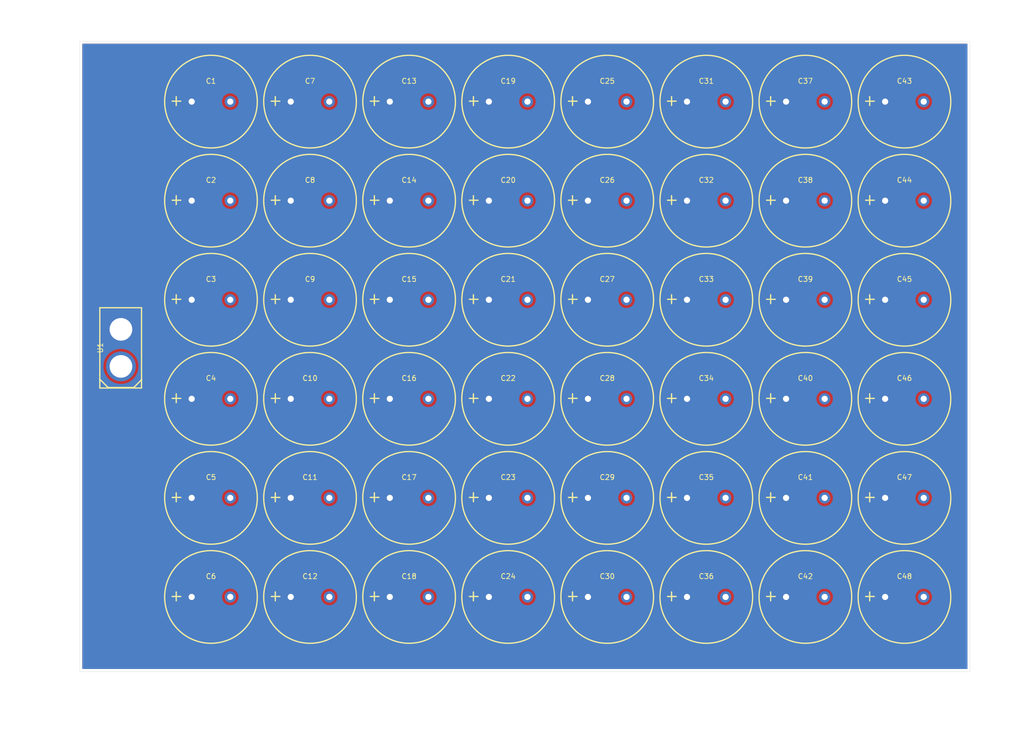
<source format=kicad_pcb>
(kicad_pcb (version 20240108) (generator "pcbnew") (generator_version "8.0")
  (layers (0 "F.Cu" signal) (31 "B.Cu" signal) (34 "B.Paste" user) (35 "F.Paste" user) (36 "B.SilkS" user "B.Silkscreen") (37 "F.SilkS" user "F.Silkscreen") (38 "B.Mask" user) (39 "F.Mask" user) (44 "Edge.Cuts" user))
  (net 0 "")
  (net 1 "VCC")
  (net 2 "GND")
  (footprint "easyeda2kicad:CAP-TH_BD18.0-P7.50-D1.2-FD" (layer "F.Cu") (at 209.498368 26.24864)
    (property "Reference" "C25" (at 0 -4 0) (layer "F.SilkS"))
    (property "Value" "RL0J223MM400A00CV0")
    (fp_line (start -6.75 0.75) (end -6.75 -0.98) (stroke (width 0.25)) (layer "F.SilkS"))
    (fp_line (start -5.86 -0.09) (end -7.54 -0.09) (stroke (width 0.25)) (layer "F.SilkS"))
    (fp_arc (start 0.07 -9) (mid 0.004614 9.000271) (end -0.079228 -8.999923) (stroke (width 0.25)) (layer "F.SilkS"))
    (pad "1" thru_hole circle (at -3.75 0 90) (size 2.2 2.2) (drill 1.199998) (layers "*.Cu" "*.Mask") (net 1 "VCC"))
    (pad "2" thru_hole circle (at 3.75 0 90) (size 2.2 2.2) (drill 1.199998) (layers "*.Cu" "*.Mask") (net 2 "GND"))
  )
  (footprint "easyeda2kicad:CAP-TH_BD18.0-P7.50-D1.2-FD" (layer "F.Cu") (at 132.496192 122.5)
    (property "Reference" "C6" (at 0 -4 0) (layer "F.SilkS"))
    (property "Value" "RL0J223MM400A00CV0")
    (fp_line (start -6.75 0.75) (end -6.75 -0.98) (stroke (width 0.25)) (layer "F.SilkS"))
    (fp_line (start -5.86 -0.09) (end -7.54 -0.09) (stroke (width 0.25)) (layer "F.SilkS"))
    (fp_arc (start 0.07 -9) (mid 0.004614 9.000271) (end -0.079228 -8.999923) (stroke (width 0.25)) (layer "F.SilkS"))
    (pad "1" thru_hole circle (at -3.75 0 90) (size 2.2 2.2) (drill 1.199998) (layers "*.Cu" "*.Mask") (net 1 "VCC"))
    (pad "2" thru_hole circle (at 3.75 0 90) (size 2.2 2.2) (drill 1.199998) (layers "*.Cu" "*.Mask") (net 2 "GND"))
  )
  (footprint "easyeda2kicad:CAP-TH_BD18.0-P7.50-D1.2-FD" (layer "F.Cu") (at 209.498368 64.749184)
    (property "Reference" "C27" (at 0 -4 0) (layer "F.SilkS"))
    (property "Value" "RL0J223MM400A00CV0")
    (fp_line (start -6.75 0.75) (end -6.75 -0.98) (stroke (width 0.25)) (layer "F.SilkS"))
    (fp_line (start -5.86 -0.09) (end -7.54 -0.09) (stroke (width 0.25)) (layer "F.SilkS"))
    (fp_arc (start 0.07 -9) (mid 0.004614 9.000271) (end -0.079228 -8.999923) (stroke (width 0.25)) (layer "F.SilkS"))
    (pad "1" thru_hole circle (at -3.75 0 90) (size 2.2 2.2) (drill 1.199998) (layers "*.Cu" "*.Mask") (net 1 "VCC"))
    (pad "2" thru_hole circle (at 3.75 0 90) (size 2.2 2.2) (drill 1.199998) (layers "*.Cu" "*.Mask") (net 2 "GND"))
  )
  (footprint "easyeda2kicad:CAP-TH_BD18.0-P7.50-D1.2-FD" (layer "F.Cu") (at 247.999456 122.5)
    (property "Reference" "C42" (at 0 -4 0) (layer "F.SilkS"))
    (property "Value" "RL0J223MM400A00CV0")
    (fp_line (start -6.75 0.75) (end -6.75 -0.98) (stroke (width 0.25)) (layer "F.SilkS"))
    (fp_line (start -5.86 -0.09) (end -7.54 -0.09) (stroke (width 0.25)) (layer "F.SilkS"))
    (fp_arc (start 0.07 -9) (mid 0.004614 9.000271) (end -0.079228 -8.999923) (stroke (width 0.25)) (layer "F.SilkS"))
    (pad "1" thru_hole circle (at -3.75 0 90) (size 2.2 2.2) (drill 1.199998) (layers "*.Cu" "*.Mask") (net 1 "VCC"))
    (pad "2" thru_hole circle (at 3.75 0 90) (size 2.2 2.2) (drill 1.199998) (layers "*.Cu" "*.Mask") (net 2 "GND"))
  )
  (footprint "easyeda2kicad:CAP-TH_BD18.0-P7.50-D1.2-FD" (layer "F.Cu") (at 209.498368 83.999456)
    (property "Reference" "C28" (at 0 -4 0) (layer "F.SilkS"))
    (property "Value" "RL0J223MM400A00CV0")
    (fp_line (start -6.75 0.75) (end -6.75 -0.98) (stroke (width 0.25)) (layer "F.SilkS"))
    (fp_line (start -5.86 -0.09) (end -7.54 -0.09) (stroke (width 0.25)) (layer "F.SilkS"))
    (fp_arc (start 0.07 -9) (mid 0.004614 9.000271) (end -0.079228 -8.999923) (stroke (width 0.25)) (layer "F.SilkS"))
    (pad "1" thru_hole circle (at -3.75 0 90) (size 2.2 2.2) (drill 1.199998) (layers "*.Cu" "*.Mask") (net 1 "VCC"))
    (pad "2" thru_hole circle (at 3.75 0 90) (size 2.2 2.2) (drill 1.199998) (layers "*.Cu" "*.Mask") (net 2 "GND"))
  )
  (footprint "easyeda2kicad:CAP-TH_BD18.0-P7.50-D1.2-FD" (layer "F.Cu") (at 151.746736 45.498912)
    (property "Reference" "C8" (at 0 -4 0) (layer "F.SilkS"))
    (property "Value" "RL0J223MM400A00CV0")
    (fp_line (start -6.75 0.75) (end -6.75 -0.98) (stroke (width 0.25)) (layer "F.SilkS"))
    (fp_line (start -5.86 -0.09) (end -7.54 -0.09) (stroke (width 0.25)) (layer "F.SilkS"))
    (fp_arc (start 0.07 -9) (mid 0.004614 9.000271) (end -0.079228 -8.999923) (stroke (width 0.25)) (layer "F.SilkS"))
    (pad "1" thru_hole circle (at -3.75 0 90) (size 2.2 2.2) (drill 1.199998) (layers "*.Cu" "*.Mask") (net 1 "VCC"))
    (pad "2" thru_hole circle (at 3.75 0 90) (size 2.2 2.2) (drill 1.199998) (layers "*.Cu" "*.Mask") (net 2 "GND"))
  )
  (footprint "easyeda2kicad:CAP-TH_BD18.0-P7.50-D1.2-FD" (layer "F.Cu") (at 267.25 122.5)
    (property "Reference" "C48" (at 0 -4 0) (layer "F.SilkS"))
    (property "Value" "RL0J223MM400A00CV0")
    (fp_line (start -6.75 0.75) (end -6.75 -0.98) (stroke (width 0.25)) (layer "F.SilkS"))
    (fp_line (start -5.86 -0.09) (end -7.54 -0.09) (stroke (width 0.25)) (layer "F.SilkS"))
    (fp_arc (start 0.07 -9) (mid 0.004614 9.000271) (end -0.079228 -8.999923) (stroke (width 0.25)) (layer "F.SilkS"))
    (pad "1" thru_hole circle (at -3.75 0 90) (size 2.2 2.2) (drill 1.199998) (layers "*.Cu" "*.Mask") (net 1 "VCC"))
    (pad "2" thru_hole circle (at 3.75 0 90) (size 2.2 2.2) (drill 1.199998) (layers "*.Cu" "*.Mask") (net 2 "GND"))
  )
  (footprint "easyeda2kicad:CAP-TH_BD18.0-P7.50-D1.2-FD" (layer "F.Cu") (at 267.25 83.999456)
    (property "Reference" "C46" (at 0 -4 0) (layer "F.SilkS"))
    (property "Value" "RL0J223MM400A00CV0")
    (fp_line (start -6.75 0.75) (end -6.75 -0.98) (stroke (width 0.25)) (layer "F.SilkS"))
    (fp_line (start -5.86 -0.09) (end -7.54 -0.09) (stroke (width 0.25)) (layer "F.SilkS"))
    (fp_arc (start 0.07 -9) (mid 0.004614 9.000271) (end -0.079228 -8.999923) (stroke (width 0.25)) (layer "F.SilkS"))
    (pad "1" thru_hole circle (at -3.75 0 90) (size 2.2 2.2) (drill 1.199998) (layers "*.Cu" "*.Mask") (net 1 "VCC"))
    (pad "2" thru_hole circle (at 3.75 0 90) (size 2.2 2.2) (drill 1.199998) (layers "*.Cu" "*.Mask") (net 2 "GND"))
  )
  (footprint "easyeda2kicad:CAP-TH_BD18.0-P7.50-D1.2-FD" (layer "F.Cu") (at 228.748912 122.5)
    (property "Reference" "C36" (at 0 -4 0) (layer "F.SilkS"))
    (property "Value" "RL0J223MM400A00CV0")
    (fp_line (start -6.75 0.75) (end -6.75 -0.98) (stroke (width 0.25)) (layer "F.SilkS"))
    (fp_line (start -5.86 -0.09) (end -7.54 -0.09) (stroke (width 0.25)) (layer "F.SilkS"))
    (fp_arc (start 0.07 -9) (mid 0.004614 9.000271) (end -0.079228 -8.999923) (stroke (width 0.25)) (layer "F.SilkS"))
    (pad "1" thru_hole circle (at -3.75 0 90) (size 2.2 2.2) (drill 1.199998) (layers "*.Cu" "*.Mask") (net 1 "VCC"))
    (pad "2" thru_hole circle (at 3.75 0 90) (size 2.2 2.2) (drill 1.199998) (layers "*.Cu" "*.Mask") (net 2 "GND"))
  )
  (footprint "easyeda2kicad:CAP-TH_BD18.0-P7.50-D1.2-FD" (layer "F.Cu") (at 132.496192 45.498912)
    (property "Reference" "C2" (at 0 -4 0) (layer "F.SilkS"))
    (property "Value" "RL0J223MM400A00CV0")
    (fp_line (start -6.75 0.75) (end -6.75 -0.98) (stroke (width 0.25)) (layer "F.SilkS"))
    (fp_line (start -5.86 -0.09) (end -7.54 -0.09) (stroke (width 0.25)) (layer "F.SilkS"))
    (fp_arc (start 0.07 -9) (mid 0.004614 9.000271) (end -0.079228 -8.999923) (stroke (width 0.25)) (layer "F.SilkS"))
    (pad "1" thru_hole circle (at -3.75 0 90) (size 2.2 2.2) (drill 1.199998) (layers "*.Cu" "*.Mask") (net 1 "VCC"))
    (pad "2" thru_hole circle (at 3.75 0 90) (size 2.2 2.2) (drill 1.199998) (layers "*.Cu" "*.Mask") (net 2 "GND"))
  )
  (footprint "easyeda2kicad:CAP-TH_BD18.0-P7.50-D1.2-FD" (layer "F.Cu") (at 170.99728 26.24864)
    (property "Reference" "C13" (at 0 -4 0) (layer "F.SilkS"))
    (property "Value" "RL0J223MM400A00CV0")
    (fp_line (start -6.75 0.75) (end -6.75 -0.98) (stroke (width 0.25)) (layer "F.SilkS"))
    (fp_line (start -5.86 -0.09) (end -7.54 -0.09) (stroke (width 0.25)) (layer "F.SilkS"))
    (fp_arc (start 0.07 -9) (mid 0.004614 9.000271) (end -0.079228 -8.999923) (stroke (width 0.25)) (layer "F.SilkS"))
    (pad "1" thru_hole circle (at -3.75 0 90) (size 2.2 2.2) (drill 1.199998) (layers "*.Cu" "*.Mask") (net 1 "VCC"))
    (pad "2" thru_hole circle (at 3.75 0 90) (size 2.2 2.2) (drill 1.199998) (layers "*.Cu" "*.Mask") (net 2 "GND"))
  )
  (footprint "easyeda2kicad:CAP-TH_BD18.0-P7.50-D1.2-FD" (layer "F.Cu") (at 190.247824 26.24864)
    (property "Reference" "C19" (at 0 -4 0) (layer "F.SilkS"))
    (property "Value" "RL0J223MM400A00CV0")
    (fp_line (start -6.75 0.75) (end -6.75 -0.98) (stroke (width 0.25)) (layer "F.SilkS"))
    (fp_line (start -5.86 -0.09) (end -7.54 -0.09) (stroke (width 0.25)) (layer "F.SilkS"))
    (fp_arc (start 0.07 -9) (mid 0.004614 9.000271) (end -0.079228 -8.999923) (stroke (width 0.25)) (layer "F.SilkS"))
    (pad "1" thru_hole circle (at -3.75 0 90) (size 2.2 2.2) (drill 1.199998) (layers "*.Cu" "*.Mask") (net 1 "VCC"))
    (pad "2" thru_hole circle (at 3.75 0 90) (size 2.2 2.2) (drill 1.199998) (layers "*.Cu" "*.Mask") (net 2 "GND"))
  )
  (footprint "easyeda2kicad:CAP-TH_BD18.0-P7.50-D1.2-FD" (layer "F.Cu") (at 247.999456 83.999456)
    (property "Reference" "C40" (at 0 -4 0) (layer "F.SilkS"))
    (property "Value" "RL0J223MM400A00CV0")
    (fp_line (start -6.75 0.75) (end -6.75 -0.98) (stroke (width 0.25)) (layer "F.SilkS"))
    (fp_line (start -5.86 -0.09) (end -7.54 -0.09) (stroke (width 0.25)) (layer "F.SilkS"))
    (fp_arc (start 0.07 -9) (mid 0.004614 9.000271) (end -0.079228 -8.999923) (stroke (width 0.25)) (layer "F.SilkS"))
    (pad "1" thru_hole circle (at -3.75 0 90) (size 2.2 2.2) (drill 1.199998) (layers "*.Cu" "*.Mask") (net 1 "VCC"))
    (pad "2" thru_hole circle (at 3.75 0 90) (size 2.2 2.2) (drill 1.199998) (layers "*.Cu" "*.Mask") (net 2 "GND"))
  )
  (footprint "easyeda2kicad:CAP-TH_BD18.0-P7.50-D1.2-FD" (layer "F.Cu") (at 228.748912 103.249728)
    (property "Reference" "C35" (at 0 -4 0) (layer "F.SilkS"))
    (property "Value" "RL0J223MM400A00CV0")
    (fp_line (start -6.75 0.75) (end -6.75 -0.98) (stroke (width 0.25)) (layer "F.SilkS"))
    (fp_line (start -5.86 -0.09) (end -7.54 -0.09) (stroke (width 0.25)) (layer "F.SilkS"))
    (fp_arc (start 0.07 -9) (mid 0.004614 9.000271) (end -0.079228 -8.999923) (stroke (width 0.25)) (layer "F.SilkS"))
    (pad "1" thru_hole circle (at -3.75 0 90) (size 2.2 2.2) (drill 1.199998) (layers "*.Cu" "*.Mask") (net 1 "VCC"))
    (pad "2" thru_hole circle (at 3.75 0 90) (size 2.2 2.2) (drill 1.199998) (layers "*.Cu" "*.Mask") (net 2 "GND"))
  )
  (footprint "easyeda2kicad:CAP-TH_BD18.0-P7.50-D1.2-FD" (layer "F.Cu") (at 170.99728 45.498912)
    (property "Reference" "C14" (at 0 -4 0) (layer "F.SilkS"))
    (property "Value" "RL0J223MM400A00CV0")
    (fp_line (start -6.75 0.75) (end -6.75 -0.98) (stroke (width 0.25)) (layer "F.SilkS"))
    (fp_line (start -5.86 -0.09) (end -7.54 -0.09) (stroke (width 0.25)) (layer "F.SilkS"))
    (fp_arc (start 0.07 -9) (mid 0.004614 9.000271) (end -0.079228 -8.999923) (stroke (width 0.25)) (layer "F.SilkS"))
    (pad "1" thru_hole circle (at -3.75 0 90) (size 2.2 2.2) (drill 1.199998) (layers "*.Cu" "*.Mask") (net 1 "VCC"))
    (pad "2" thru_hole circle (at 3.75 0 90) (size 2.2 2.2) (drill 1.199998) (layers "*.Cu" "*.Mask") (net 2 "GND"))
  )
  (footprint "easyeda2kicad:CAP-TH_BD18.0-P7.50-D1.2-FD" (layer "F.Cu") (at 190.247824 122.5)
    (property "Reference" "C24" (at 0 -4 0) (layer "F.SilkS"))
    (property "Value" "RL0J223MM400A00CV0")
    (fp_line (start -6.75 0.75) (end -6.75 -0.98) (stroke (width 0.25)) (layer "F.SilkS"))
    (fp_line (start -5.86 -0.09) (end -7.54 -0.09) (stroke (width 0.25)) (layer "F.SilkS"))
    (fp_arc (start 0.07 -9) (mid 0.004614 9.000271) (end -0.079228 -8.999923) (stroke (width 0.25)) (layer "F.SilkS"))
    (pad "1" thru_hole circle (at -3.75 0 90) (size 2.2 2.2) (drill 1.199998) (layers "*.Cu" "*.Mask") (net 1 "VCC"))
    (pad "2" thru_hole circle (at 3.75 0 90) (size 2.2 2.2) (drill 1.199998) (layers "*.Cu" "*.Mask") (net 2 "GND"))
  )
  (footprint "easyeda2kicad:CAP-TH_BD18.0-P7.50-D1.2-FD" (layer "F.Cu") (at 267.25 64.749184)
    (property "Reference" "C45" (at 0 -4 0) (layer "F.SilkS"))
    (property "Value" "RL0J223MM400A00CV0")
    (fp_line (start -6.75 0.75) (end -6.75 -0.98) (stroke (width 0.25)) (layer "F.SilkS"))
    (fp_line (start -5.86 -0.09) (end -7.54 -0.09) (stroke (width 0.25)) (layer "F.SilkS"))
    (fp_arc (start 0.07 -9) (mid 0.004614 9.000271) (end -0.079228 -8.999923) (stroke (width 0.25)) (layer "F.SilkS"))
    (pad "1" thru_hole circle (at -3.75 0 90) (size 2.2 2.2) (drill 1.199998) (layers "*.Cu" "*.Mask") (net 1 "VCC"))
    (pad "2" thru_hole circle (at 3.75 0 90) (size 2.2 2.2) (drill 1.199998) (layers "*.Cu" "*.Mask") (net 2 "GND"))
  )
  (footprint "easyeda2kicad:CAP-TH_BD18.0-P7.50-D1.2-FD" (layer "F.Cu") (at 132.496192 103.249728)
    (property "Reference" "C5" (at 0 -4 0) (layer "F.SilkS"))
    (property "Value" "RL0J223MM400A00CV0")
    (fp_line (start -6.75 0.75) (end -6.75 -0.98) (stroke (width 0.25)) (layer "F.SilkS"))
    (fp_line (start -5.86 -0.09) (end -7.54 -0.09) (stroke (width 0.25)) (layer "F.SilkS"))
    (fp_arc (start 0.07 -9) (mid 0.004614 9.000271) (end -0.079228 -8.999923) (stroke (width 0.25)) (layer "F.SilkS"))
    (pad "1" thru_hole circle (at -3.75 0 90) (size 2.2 2.2) (drill 1.199998) (layers "*.Cu" "*.Mask") (net 1 "VCC"))
    (pad "2" thru_hole circle (at 3.75 0 90) (size 2.2 2.2) (drill 1.199998) (layers "*.Cu" "*.Mask") (net 2 "GND"))
  )
  (footprint "easyeda2kicad:CAP-TH_BD18.0-P7.50-D1.2-FD" (layer "F.Cu") (at 151.746736 122.5)
    (property "Reference" "C12" (at 0 -4 0) (layer "F.SilkS"))
    (property "Value" "RL0J223MM400A00CV0")
    (fp_line (start -6.75 0.75) (end -6.75 -0.98) (stroke (width 0.25)) (layer "F.SilkS"))
    (fp_line (start -5.86 -0.09) (end -7.54 -0.09) (stroke (width 0.25)) (layer "F.SilkS"))
    (fp_arc (start 0.07 -9) (mid 0.004614 9.000271) (end -0.079228 -8.999923) (stroke (width 0.25)) (layer "F.SilkS"))
    (pad "1" thru_hole circle (at -3.75 0 90) (size 2.2 2.2) (drill 1.199998) (layers "*.Cu" "*.Mask") (net 1 "VCC"))
    (pad "2" thru_hole circle (at 3.75 0 90) (size 2.2 2.2) (drill 1.199998) (layers "*.Cu" "*.Mask") (net 2 "GND"))
  )
  (footprint "easyeda2kicad:CAP-TH_BD18.0-P7.50-D1.2-FD" (layer "F.Cu") (at 132.496192 83.999456)
    (property "Reference" "C4" (at 0 -4 0) (layer "F.SilkS"))
    (property "Value" "RL0J223MM400A00CV0")
    (fp_line (start -6.75 0.75) (end -6.75 -0.98) (stroke (width 0.25)) (layer "F.SilkS"))
    (fp_line (start -5.86 -0.09) (end -7.54 -0.09) (stroke (width 0.25)) (layer "F.SilkS"))
    (fp_arc (start 0.07 -9) (mid 0.004614 9.000271) (end -0.079228 -8.999923) (stroke (width 0.25)) (layer "F.SilkS"))
    (pad "1" thru_hole circle (at -3.75 0 90) (size 2.2 2.2) (drill 1.199998) (layers "*.Cu" "*.Mask") (net 1 "VCC"))
    (pad "2" thru_hole circle (at 3.75 0 90) (size 2.2 2.2) (drill 1.199998) (layers "*.Cu" "*.Mask") (net 2 "GND"))
  )
  (footprint "easyeda2kicad:CAP-TH_BD18.0-P7.50-D1.2-FD" (layer "F.Cu") (at 151.746736 83.999456)
    (property "Reference" "C10" (at 0 -4 0) (layer "F.SilkS"))
    (property "Value" "RL0J223MM400A00CV0")
    (fp_line (start -6.75 0.75) (end -6.75 -0.98) (stroke (width 0.25)) (layer "F.SilkS"))
    (fp_line (start -5.86 -0.09) (end -7.54 -0.09) (stroke (width 0.25)) (layer "F.SilkS"))
    (fp_arc (start 0.07 -9) (mid 0.004614 9.000271) (end -0.079228 -8.999923) (stroke (width 0.25)) (layer "F.SilkS"))
    (pad "1" thru_hole circle (at -3.75 0 90) (size 2.2 2.2) (drill 1.199998) (layers "*.Cu" "*.Mask") (net 1 "VCC"))
    (pad "2" thru_hole circle (at 3.75 0 90) (size 2.2 2.2) (drill 1.199998) (layers "*.Cu" "*.Mask") (net 2 "GND"))
  )
  (footprint "easyeda2kicad:CONN-TH_XT60" (layer "F.Cu") (at 115 74.1 90)
    (property "Reference" "U1" (at 0 -4 90) (layer "F.SilkS"))
    (property "Value" "XT60")
    (fp_line (start 7.8 -4.1) (end -5.3 -4.1) (stroke (width 0.25)) (layer "F.SilkS"))
    (fp_line (start -5.2 -4.1) (end -6.1 -4.1) (stroke (width 0.25)) (layer "F.SilkS"))
    (fp_line (start -6.1 -4.1) (end -7.8 -4.1) (stroke (width 0.25)) (layer "F.SilkS"))
    (fp_line (start -6.1 -4.1) (end -7.7 -2.5) (stroke (width 0.25)) (layer "F.SilkS"))
    (fp_line (start -7.8 -4.1) (end -7.8 4) (stroke (width 0.25)) (layer "F.SilkS"))
    (fp_line (start -7.7 -2.5) (end -7.7 2.5) (stroke (width 0.25)) (layer "F.SilkS"))
    (fp_line (start -7.7 2.5) (end -6.2 4) (stroke (width 0.25)) (layer "F.SilkS"))
    (fp_line (start 7.8 4) (end 7.8 -4.1) (stroke (width 0.25)) (layer "F.SilkS"))
    (fp_line (start -6.2 4) (end 7.8 4) (stroke (width 0.25)) (layer "F.SilkS"))
    (fp_line (start -7.8 4) (end -6 4) (stroke (width 0.25)) (layer "F.SilkS"))
    (pad "1" thru_hole circle (at -3.6 0 90) (size 5.8 5.8) (drill 4.399991) (layers "*.Cu" "*.Mask") (net 2 "GND"))
    (pad "2" thru_hole circle (at 3.6 0 90) (size 5.8 5.8) (drill 4.399991) (layers "*.Cu" "*.Mask") (net 1 "VCC"))
  )
  (footprint "easyeda2kicad:CAP-TH_BD18.0-P7.50-D1.2-FD" (layer "F.Cu") (at 247.999456 45.498912)
    (property "Reference" "C38" (at 0 -4 0) (layer "F.SilkS"))
    (property "Value" "RL0J223MM400A00CV0")
    (fp_line (start -6.75 0.75) (end -6.75 -0.98) (stroke (width 0.25)) (layer "F.SilkS"))
    (fp_line (start -5.86 -0.09) (end -7.54 -0.09) (stroke (width 0.25)) (layer "F.SilkS"))
    (fp_arc (start 0.07 -9) (mid 0.004614 9.000271) (end -0.079228 -8.999923) (stroke (width 0.25)) (layer "F.SilkS"))
    (pad "1" thru_hole circle (at -3.75 0 90) (size 2.2 2.2) (drill 1.199998) (layers "*.Cu" "*.Mask") (net 1 "VCC"))
    (pad "2" thru_hole circle (at 3.75 0 90) (size 2.2 2.2) (drill 1.199998) (layers "*.Cu" "*.Mask") (net 2 "GND"))
  )
  (footprint "easyeda2kicad:CAP-TH_BD18.0-P7.50-D1.2-FD" (layer "F.Cu") (at 247.999456 26.24864)
    (property "Reference" "C37" (at 0 -4 0) (layer "F.SilkS"))
    (property "Value" "RL0J223MM400A00CV0")
    (fp_line (start -6.75 0.75) (end -6.75 -0.98) (stroke (width 0.25)) (layer "F.SilkS"))
    (fp_line (start -5.86 -0.09) (end -7.54 -0.09) (stroke (width 0.25)) (layer "F.SilkS"))
    (fp_arc (start 0.07 -9) (mid 0.004614 9.000271) (end -0.079228 -8.999923) (stroke (width 0.25)) (layer "F.SilkS"))
    (pad "1" thru_hole circle (at -3.75 0 90) (size 2.2 2.2) (drill 1.199998) (layers "*.Cu" "*.Mask") (net 1 "VCC"))
    (pad "2" thru_hole circle (at 3.75 0 90) (size 2.2 2.2) (drill 1.199998) (layers "*.Cu" "*.Mask") (net 2 "GND"))
  )
  (footprint "easyeda2kicad:CAP-TH_BD18.0-P7.50-D1.2-FD" (layer "F.Cu") (at 170.99728 64.749184)
    (property "Reference" "C15" (at 0 -4 0) (layer "F.SilkS"))
    (property "Value" "RL0J223MM400A00CV0")
    (fp_line (start -6.75 0.75) (end -6.75 -0.98) (stroke (width 0.25)) (layer "F.SilkS"))
    (fp_line (start -5.86 -0.09) (end -7.54 -0.09) (stroke (width 0.25)) (layer "F.SilkS"))
    (fp_arc (start 0.07 -9) (mid 0.004614 9.000271) (end -0.079228 -8.999923) (stroke (width 0.25)) (layer "F.SilkS"))
    (pad "1" thru_hole circle (at -3.75 0 90) (size 2.2 2.2) (drill 1.199998) (layers "*.Cu" "*.Mask") (net 1 "VCC"))
    (pad "2" thru_hole circle (at 3.75 0 90) (size 2.2 2.2) (drill 1.199998) (layers "*.Cu" "*.Mask") (net 2 "GND"))
  )
  (footprint "easyeda2kicad:CAP-TH_BD18.0-P7.50-D1.2-FD" (layer "F.Cu") (at 132.496192 64.749184)
    (property "Reference" "C3" (at 0 -4 0) (layer "F.SilkS"))
    (property "Value" "RL0J223MM400A00CV0")
    (fp_line (start -6.75 0.75) (end -6.75 -0.98) (stroke (width 0.25)) (layer "F.SilkS"))
    (fp_line (start -5.86 -0.09) (end -7.54 -0.09) (stroke (width 0.25)) (layer "F.SilkS"))
    (fp_arc (start 0.07 -9) (mid 0.004614 9.000271) (end -0.079228 -8.999923) (stroke (width 0.25)) (layer "F.SilkS"))
    (pad "1" thru_hole circle (at -3.75 0 90) (size 2.2 2.2) (drill 1.199998) (layers "*.Cu" "*.Mask") (net 1 "VCC"))
    (pad "2" thru_hole circle (at 3.75 0 90) (size 2.2 2.2) (drill 1.199998) (layers "*.Cu" "*.Mask") (net 2 "GND"))
  )
  (footprint "easyeda2kicad:CAP-TH_BD18.0-P7.50-D1.2-FD" (layer "F.Cu") (at 228.748912 45.498912)
    (property "Reference" "C32" (at 0 -4 0) (layer "F.SilkS"))
    (property "Value" "RL0J223MM400A00CV0")
    (fp_line (start -6.75 0.75) (end -6.75 -0.98) (stroke (width 0.25)) (layer "F.SilkS"))
    (fp_line (start -5.86 -0.09) (end -7.54 -0.09) (stroke (width 0.25)) (layer "F.SilkS"))
    (fp_arc (start 0.07 -9) (mid 0.004614 9.000271) (end -0.079228 -8.999923) (stroke (width 0.25)) (layer "F.SilkS"))
    (pad "1" thru_hole circle (at -3.75 0 90) (size 2.2 2.2) (drill 1.199998) (layers "*.Cu" "*.Mask") (net 1 "VCC"))
    (pad "2" thru_hole circle (at 3.75 0 90) (size 2.2 2.2) (drill 1.199998) (layers "*.Cu" "*.Mask") (net 2 "GND"))
  )
  (footprint "easyeda2kicad:CAP-TH_BD18.0-P7.50-D1.2-FD" (layer "F.Cu") (at 209.498368 122.5)
    (property "Reference" "C30" (at 0 -4 0) (layer "F.SilkS"))
    (property "Value" "RL0J223MM400A00CV0")
    (fp_line (start -6.75 0.75) (end -6.75 -0.98) (stroke (width 0.25)) (layer "F.SilkS"))
    (fp_line (start -5.86 -0.09) (end -7.54 -0.09) (stroke (width 0.25)) (layer "F.SilkS"))
    (fp_arc (start 0.07 -9) (mid 0.004614 9.000271) (end -0.079228 -8.999923) (stroke (width 0.25)) (layer "F.SilkS"))
    (pad "1" thru_hole circle (at -3.75 0 90) (size 2.2 2.2) (drill 1.199998) (layers "*.Cu" "*.Mask") (net 1 "VCC"))
    (pad "2" thru_hole circle (at 3.75 0 90) (size 2.2 2.2) (drill 1.199998) (layers "*.Cu" "*.Mask") (net 2 "GND"))
  )
  (footprint "easyeda2kicad:CAP-TH_BD18.0-P7.50-D1.2-FD" (layer "F.Cu") (at 267.25 103.249728)
    (property "Reference" "C47" (at 0 -4 0) (layer "F.SilkS"))
    (property "Value" "RL0J223MM400A00CV0")
    (fp_line (start -6.75 0.75) (end -6.75 -0.98) (stroke (width 0.25)) (layer "F.SilkS"))
    (fp_line (start -5.86 -0.09) (end -7.54 -0.09) (stroke (width 0.25)) (layer "F.SilkS"))
    (fp_arc (start 0.07 -9) (mid 0.004614 9.000271) (end -0.079228 -8.999923) (stroke (width 0.25)) (layer "F.SilkS"))
    (pad "1" thru_hole circle (at -3.75 0 90) (size 2.2 2.2) (drill 1.199998) (layers "*.Cu" "*.Mask") (net 1 "VCC"))
    (pad "2" thru_hole circle (at 3.75 0 90) (size 2.2 2.2) (drill 1.199998) (layers "*.Cu" "*.Mask") (net 2 "GND"))
  )
  (footprint "easyeda2kicad:CAP-TH_BD18.0-P7.50-D1.2-FD" (layer "F.Cu") (at 170.99728 122.5)
    (property "Reference" "C18" (at 0 -4 0) (layer "F.SilkS"))
    (property "Value" "RL0J223MM400A00CV0")
    (fp_line (start -6.75 0.75) (end -6.75 -0.98) (stroke (width 0.25)) (layer "F.SilkS"))
    (fp_line (start -5.86 -0.09) (end -7.54 -0.09) (stroke (width 0.25)) (layer "F.SilkS"))
    (fp_arc (start 0.07 -9) (mid 0.004614 9.000271) (end -0.079228 -8.999923) (stroke (width 0.25)) (layer "F.SilkS"))
    (pad "1" thru_hole circle (at -3.75 0 90) (size 2.2 2.2) (drill 1.199998) (layers "*.Cu" "*.Mask") (net 1 "VCC"))
    (pad "2" thru_hole circle (at 3.75 0 90) (size 2.2 2.2) (drill 1.199998) (layers "*.Cu" "*.Mask") (net 2 "GND"))
  )
  (footprint "easyeda2kicad:CAP-TH_BD18.0-P7.50-D1.2-FD" (layer "F.Cu") (at 132.496192 26.24864)
    (property "Reference" "C1" (at 0 -4 0) (layer "F.SilkS"))
    (property "Value" "RL0J223MM400A00CV0")
    (fp_line (start -6.75 0.75) (end -6.75 -0.98) (stroke (width 0.25)) (layer "F.SilkS"))
    (fp_line (start -5.86 -0.09) (end -7.54 -0.09) (stroke (width 0.25)) (layer "F.SilkS"))
    (fp_arc (start 0.07 -9) (mid 0.004614 9.000271) (end -0.079228 -8.999923) (stroke (width 0.25)) (layer "F.SilkS"))
    (pad "1" thru_hole circle (at -3.75 0 90) (size 2.2 2.2) (drill 1.199998) (layers "*.Cu" "*.Mask") (net 1 "VCC"))
    (pad "2" thru_hole circle (at 3.75 0 90) (size 2.2 2.2) (drill 1.199998) (layers "*.Cu" "*.Mask") (net 2 "GND"))
  )
  (footprint "easyeda2kicad:CAP-TH_BD18.0-P7.50-D1.2-FD" (layer "F.Cu") (at 247.999456 64.749184)
    (property "Reference" "C39" (at 0 -4 0) (layer "F.SilkS"))
    (property "Value" "RL0J223MM400A00CV0")
    (fp_line (start -6.75 0.75) (end -6.75 -0.98) (stroke (width 0.25)) (layer "F.SilkS"))
    (fp_line (start -5.86 -0.09) (end -7.54 -0.09) (stroke (width 0.25)) (layer "F.SilkS"))
    (fp_arc (start 0.07 -9) (mid 0.004614 9.000271) (end -0.079228 -8.999923) (stroke (width 0.25)) (layer "F.SilkS"))
    (pad "1" thru_hole circle (at -3.75 0 90) (size 2.2 2.2) (drill 1.199998) (layers "*.Cu" "*.Mask") (net 1 "VCC"))
    (pad "2" thru_hole circle (at 3.75 0 90) (size 2.2 2.2) (drill 1.199998) (layers "*.Cu" "*.Mask") (net 2 "GND"))
  )
  (footprint "easyeda2kicad:CAP-TH_BD18.0-P7.50-D1.2-FD" (layer "F.Cu") (at 170.99728 103.249728)
    (property "Reference" "C17" (at 0 -4 0) (layer "F.SilkS"))
    (property "Value" "RL0J223MM400A00CV0")
    (fp_line (start -6.75 0.75) (end -6.75 -0.98) (stroke (width 0.25)) (layer "F.SilkS"))
    (fp_line (start -5.86 -0.09) (end -7.54 -0.09) (stroke (width 0.25)) (layer "F.SilkS"))
    (fp_arc (start 0.07 -9) (mid 0.004614 9.000271) (end -0.079228 -8.999923) (stroke (width 0.25)) (layer "F.SilkS"))
    (pad "1" thru_hole circle (at -3.75 0 90) (size 2.2 2.2) (drill 1.199998) (layers "*.Cu" "*.Mask") (net 1 "VCC"))
    (pad "2" thru_hole circle (at 3.75 0 90) (size 2.2 2.2) (drill 1.199998) (layers "*.Cu" "*.Mask") (net 2 "GND"))
  )
  (footprint "easyeda2kicad:CAP-TH_BD18.0-P7.50-D1.2-FD" (layer "F.Cu") (at 267.25 26.24864)
    (property "Reference" "C43" (at 0 -4 0) (layer "F.SilkS"))
    (property "Value" "RL0J223MM400A00CV0")
    (fp_line (start -6.75 0.75) (end -6.75 -0.98) (stroke (width 0.25)) (layer "F.SilkS"))
    (fp_line (start -5.86 -0.09) (end -7.54 -0.09) (stroke (width 0.25)) (layer "F.SilkS"))
    (fp_arc (start 0.07 -9) (mid 0.004614 9.000271) (end -0.079228 -8.999923) (stroke (width 0.25)) (layer "F.SilkS"))
    (pad "1" thru_hole circle (at -3.75 0 90) (size 2.2 2.2) (drill 1.199998) (layers "*.Cu" "*.Mask") (net 1 "VCC"))
    (pad "2" thru_hole circle (at 3.75 0 90) (size 2.2 2.2) (drill 1.199998) (layers "*.Cu" "*.Mask") (net 2 "GND"))
  )
  (footprint "easyeda2kicad:CAP-TH_BD18.0-P7.50-D1.2-FD" (layer "F.Cu") (at 209.498368 45.498912)
    (property "Reference" "C26" (at 0 -4 0) (layer "F.SilkS"))
    (property "Value" "RL0J223MM400A00CV0")
    (fp_line (start -6.75 0.75) (end -6.75 -0.98) (stroke (width 0.25)) (layer "F.SilkS"))
    (fp_line (start -5.86 -0.09) (end -7.54 -0.09) (stroke (width 0.25)) (layer "F.SilkS"))
    (fp_arc (start 0.07 -9) (mid 0.004614 9.000271) (end -0.079228 -8.999923) (stroke (width 0.25)) (layer "F.SilkS"))
    (pad "1" thru_hole circle (at -3.75 0 90) (size 2.2 2.2) (drill 1.199998) (layers "*.Cu" "*.Mask") (net 1 "VCC"))
    (pad "2" thru_hole circle (at 3.75 0 90) (size 2.2 2.2) (drill 1.199998) (layers "*.Cu" "*.Mask") (net 2 "GND"))
  )
  (footprint "easyeda2kicad:CAP-TH_BD18.0-P7.50-D1.2-FD" (layer "F.Cu") (at 151.746736 103.249728)
    (property "Reference" "C11" (at 0 -4 0) (layer "F.SilkS"))
    (property "Value" "RL0J223MM400A00CV0")
    (fp_line (start -6.75 0.75) (end -6.75 -0.98) (stroke (width 0.25)) (layer "F.SilkS"))
    (fp_line (start -5.86 -0.09) (end -7.54 -0.09) (stroke (width 0.25)) (layer "F.SilkS"))
    (fp_arc (start 0.07 -9) (mid 0.004614 9.000271) (end -0.079228 -8.999923) (stroke (width 0.25)) (layer "F.SilkS"))
    (pad "1" thru_hole circle (at -3.75 0 90) (size 2.2 2.2) (drill 1.199998) (layers "*.Cu" "*.Mask") (net 1 "VCC"))
    (pad "2" thru_hole circle (at 3.75 0 90) (size 2.2 2.2) (drill 1.199998) (layers "*.Cu" "*.Mask") (net 2 "GND"))
  )
  (footprint "easyeda2kicad:CAP-TH_BD18.0-P7.50-D1.2-FD" (layer "F.Cu") (at 209.498368 103.249728)
    (property "Reference" "C29" (at 0 -4 0) (layer "F.SilkS"))
    (property "Value" "RL0J223MM400A00CV0")
    (fp_line (start -6.75 0.75) (end -6.75 -0.98) (stroke (width 0.25)) (layer "F.SilkS"))
    (fp_line (start -5.86 -0.09) (end -7.54 -0.09) (stroke (width 0.25)) (layer "F.SilkS"))
    (fp_arc (start 0.07 -9) (mid 0.004614 9.000271) (end -0.079228 -8.999923) (stroke (width 0.25)) (layer "F.SilkS"))
    (pad "1" thru_hole circle (at -3.75 0 90) (size 2.2 2.2) (drill 1.199998) (layers "*.Cu" "*.Mask") (net 1 "VCC"))
    (pad "2" thru_hole circle (at 3.75 0 90) (size 2.2 2.2) (drill 1.199998) (layers "*.Cu" "*.Mask") (net 2 "GND"))
  )
  (footprint "easyeda2kicad:CAP-TH_BD18.0-P7.50-D1.2-FD" (layer "F.Cu") (at 228.748912 83.999456)
    (property "Reference" "C34" (at 0 -4 0) (layer "F.SilkS"))
    (property "Value" "RL0J223MM400A00CV0")
    (fp_line (start -6.75 0.75) (end -6.75 -0.98) (stroke (width 0.25)) (layer "F.SilkS"))
    (fp_line (start -5.86 -0.09) (end -7.54 -0.09) (stroke (width 0.25)) (layer "F.SilkS"))
    (fp_arc (start 0.07 -9) (mid 0.004614 9.000271) (end -0.079228 -8.999923) (stroke (width 0.25)) (layer "F.SilkS"))
    (pad "1" thru_hole circle (at -3.75 0 90) (size 2.2 2.2) (drill 1.199998) (layers "*.Cu" "*.Mask") (net 1 "VCC"))
    (pad "2" thru_hole circle (at 3.75 0 90) (size 2.2 2.2) (drill 1.199998) (layers "*.Cu" "*.Mask") (net 2 "GND"))
  )
  (footprint "easyeda2kicad:CAP-TH_BD18.0-P7.50-D1.2-FD" (layer "F.Cu") (at 151.746736 26.24864)
    (property "Reference" "C7" (at 0 -4 0) (layer "F.SilkS"))
    (property "Value" "RL0J223MM400A00CV0")
    (fp_line (start -6.75 0.75) (end -6.75 -0.98) (stroke (width 0.25)) (layer "F.SilkS"))
    (fp_line (start -5.86 -0.09) (end -7.54 -0.09) (stroke (width 0.25)) (layer "F.SilkS"))
    (fp_arc (start 0.07 -9) (mid 0.004614 9.000271) (end -0.079228 -8.999923) (stroke (width 0.25)) (layer "F.SilkS"))
    (pad "1" thru_hole circle (at -3.75 0 90) (size 2.2 2.2) (drill 1.199998) (layers "*.Cu" "*.Mask") (net 1 "VCC"))
    (pad "2" thru_hole circle (at 3.75 0 90) (size 2.2 2.2) (drill 1.199998) (layers "*.Cu" "*.Mask") (net 2 "GND"))
  )
  (footprint "easyeda2kicad:CAP-TH_BD18.0-P7.50-D1.2-FD" (layer "F.Cu") (at 228.748912 26.24864)
    (property "Reference" "C31" (at 0 -4 0) (layer "F.SilkS"))
    (property "Value" "RL0J223MM400A00CV0")
    (fp_line (start -6.75 0.75) (end -6.75 -0.98) (stroke (width 0.25)) (layer "F.SilkS"))
    (fp_line (start -5.86 -0.09) (end -7.54 -0.09) (stroke (width 0.25)) (layer "F.SilkS"))
    (fp_arc (start 0.07 -9) (mid 0.004614 9.000271) (end -0.079228 -8.999923) (stroke (width 0.25)) (layer "F.SilkS"))
    (pad "1" thru_hole circle (at -3.75 0 90) (size 2.2 2.2) (drill 1.199998) (layers "*.Cu" "*.Mask") (net 1 "VCC"))
    (pad "2" thru_hole circle (at 3.75 0 90) (size 2.2 2.2) (drill 1.199998) (layers "*.Cu" "*.Mask") (net 2 "GND"))
  )
  (footprint "easyeda2kicad:CAP-TH_BD18.0-P7.50-D1.2-FD" (layer "F.Cu") (at 190.247824 64.749184)
    (property "Reference" "C21" (at 0 -4 0) (layer "F.SilkS"))
    (property "Value" "RL0J223MM400A00CV0")
    (fp_line (start -6.75 0.75) (end -6.75 -0.98) (stroke (width 0.25)) (layer "F.SilkS"))
    (fp_line (start -5.86 -0.09) (end -7.54 -0.09) (stroke (width 0.25)) (layer "F.SilkS"))
    (fp_arc (start 0.07 -9) (mid 0.004614 9.000271) (end -0.079228 -8.999923) (stroke (width 0.25)) (layer "F.SilkS"))
    (pad "1" thru_hole circle (at -3.75 0 90) (size 2.2 2.2) (drill 1.199998) (layers "*.Cu" "*.Mask") (net 1 "VCC"))
    (pad "2" thru_hole circle (at 3.75 0 90) (size 2.2 2.2) (drill 1.199998) (layers "*.Cu" "*.Mask") (net 2 "GND"))
  )
  (footprint "easyeda2kicad:CAP-TH_BD18.0-P7.50-D1.2-FD" (layer "F.Cu") (at 190.247824 45.498912)
    (property "Reference" "C20" (at 0 -4 0) (layer "F.SilkS"))
    (property "Value" "RL0J223MM400A00CV0")
    (fp_line (start -6.75 0.75) (end -6.75 -0.98) (stroke (width 0.25)) (layer "F.SilkS"))
    (fp_line (start -5.86 -0.09) (end -7.54 -0.09) (stroke (width 0.25)) (layer "F.SilkS"))
    (fp_arc (start 0.07 -9) (mid 0.004614 9.000271) (end -0.079228 -8.999923) (stroke (width 0.25)) (layer "F.SilkS"))
    (pad "1" thru_hole circle (at -3.75 0 90) (size 2.2 2.2) (drill 1.199998) (layers "*.Cu" "*.Mask") (net 1 "VCC"))
    (pad "2" thru_hole circle (at 3.75 0 90) (size 2.2 2.2) (drill 1.199998) (layers "*.Cu" "*.Mask") (net 2 "GND"))
  )
  (footprint "easyeda2kicad:CAP-TH_BD18.0-P7.50-D1.2-FD" (layer "F.Cu") (at 267.25 45.498912)
    (property "Reference" "C44" (at 0 -4 0) (layer "F.SilkS"))
    (property "Value" "RL0J223MM400A00CV0")
    (fp_line (start -6.75 0.75) (end -6.75 -0.98) (stroke (width 0.25)) (layer "F.SilkS"))
    (fp_line (start -5.86 -0.09) (end -7.54 -0.09) (stroke (width 0.25)) (layer "F.SilkS"))
    (fp_arc (start 0.07 -9) (mid 0.004614 9.000271) (end -0.079228 -8.999923) (stroke (width 0.25)) (layer "F.SilkS"))
    (pad "1" thru_hole circle (at -3.75 0 90) (size 2.2 2.2) (drill 1.199998) (layers "*.Cu" "*.Mask") (net 1 "VCC"))
    (pad "2" thru_hole circle (at 3.75 0 90) (size 2.2 2.2) (drill 1.199998) (layers "*.Cu" "*.Mask") (net 2 "GND"))
  )
  (footprint "easyeda2kicad:CAP-TH_BD18.0-P7.50-D1.2-FD" (layer "F.Cu") (at 151.746736 64.749184)
    (property "Reference" "C9" (at 0 -4 0) (layer "F.SilkS"))
    (property "Value" "RL0J223MM400A00CV0")
    (fp_line (start -6.75 0.75) (end -6.75 -0.98) (stroke (width 0.25)) (layer "F.SilkS"))
    (fp_line (start -5.86 -0.09) (end -7.54 -0.09) (stroke (width 0.25)) (layer "F.SilkS"))
    (fp_arc (start 0.07 -9) (mid 0.004614 9.000271) (end -0.079228 -8.999923) (stroke (width 0.25)) (layer "F.SilkS"))
    (pad "1" thru_hole circle (at -3.75 0 90) (size 2.2 2.2) (drill 1.199998) (layers "*.Cu" "*.Mask") (net 1 "VCC"))
    (pad "2" thru_hole circle (at 3.75 0 90) (size 2.2 2.2) (drill 1.199998) (layers "*.Cu" "*.Mask") (net 2 "GND"))
  )
  (footprint "easyeda2kicad:CAP-TH_BD18.0-P7.50-D1.2-FD" (layer "F.Cu") (at 170.99728 83.999456)
    (property "Reference" "C16" (at 0 -4 0) (layer "F.SilkS"))
    (property "Value" "RL0J223MM400A00CV0")
    (fp_line (start -6.75 0.75) (end -6.75 -0.98) (stroke (width 0.25)) (layer "F.SilkS"))
    (fp_line (start -5.86 -0.09) (end -7.54 -0.09) (stroke (width 0.25)) (layer "F.SilkS"))
    (fp_arc (start 0.07 -9) (mid 0.004614 9.000271) (end -0.079228 -8.999923) (stroke (width 0.25)) (layer "F.SilkS"))
    (pad "1" thru_hole circle (at -3.75 0 90) (size 2.2 2.2) (drill 1.199998) (layers "*.Cu" "*.Mask") (net 1 "VCC"))
    (pad "2" thru_hole circle (at 3.75 0 90) (size 2.2 2.2) (drill 1.199998) (layers "*.Cu" "*.Mask") (net 2 "GND"))
  )
  (footprint "easyeda2kicad:CAP-TH_BD18.0-P7.50-D1.2-FD" (layer "F.Cu") (at 228.748912 64.749184)
    (property "Reference" "C33" (at 0 -4 0) (layer "F.SilkS"))
    (property "Value" "RL0J223MM400A00CV0")
    (fp_line (start -6.75 0.75) (end -6.75 -0.98) (stroke (width 0.25)) (layer "F.SilkS"))
    (fp_line (start -5.86 -0.09) (end -7.54 -0.09) (stroke (width 0.25)) (layer "F.SilkS"))
    (fp_arc (start 0.07 -9) (mid 0.004614 9.000271) (end -0.079228 -8.999923) (stroke (width 0.25)) (layer "F.SilkS"))
    (pad "1" thru_hole circle (at -3.75 0 90) (size 2.2 2.2) (drill 1.199998) (layers "*.Cu" "*.Mask") (net 1 "VCC"))
    (pad "2" thru_hole circle (at 3.75 0 90) (size 2.2 2.2) (drill 1.199998) (layers "*.Cu" "*.Mask") (net 2 "GND"))
  )
  (footprint "easyeda2kicad:CAP-TH_BD18.0-P7.50-D1.2-FD" (layer "F.Cu") (at 190.247824 103.249728)
    (property "Reference" "C23" (at 0 -4 0) (layer "F.SilkS"))
    (property "Value" "RL0J223MM400A00CV0")
    (fp_line (start -6.75 0.75) (end -6.75 -0.98) (stroke (width 0.25)) (layer "F.SilkS"))
    (fp_line (start -5.86 -0.09) (end -7.54 -0.09) (stroke (width 0.25)) (layer "F.SilkS"))
    (fp_arc (start 0.07 -9) (mid 0.004614 9.000271) (end -0.079228 -8.999923) (stroke (width 0.25)) (layer "F.SilkS"))
    (pad "1" thru_hole circle (at -3.75 0 90) (size 2.2 2.2) (drill 1.199998) (layers "*.Cu" "*.Mask") (net 1 "VCC"))
    (pad "2" thru_hole circle (at 3.75 0 90) (size 2.2 2.2) (drill 1.199998) (layers "*.Cu" "*.Mask") (net 2 "GND"))
  )
  (footprint "easyeda2kicad:CAP-TH_BD18.0-P7.50-D1.2-FD" (layer "F.Cu") (at 247.999456 103.249728)
    (property "Reference" "C41" (at 0 -4 0) (layer "F.SilkS"))
    (property "Value" "RL0J223MM400A00CV0")
    (fp_line (start -6.75 0.75) (end -6.75 -0.98) (stroke (width 0.25)) (layer "F.SilkS"))
    (fp_line (start -5.86 -0.09) (end -7.54 -0.09) (stroke (width 0.25)) (layer "F.SilkS"))
    (fp_arc (start 0.07 -9) (mid 0.004614 9.000271) (end -0.079228 -8.999923) (stroke (width 0.25)) (layer "F.SilkS"))
    (pad "1" thru_hole circle (at -3.75 0 90) (size 2.2 2.2) (drill 1.199998) (layers "*.Cu" "*.Mask") (net 1 "VCC"))
    (pad "2" thru_hole circle (at 3.75 0 90) (size 2.2 2.2) (drill 1.199998) (layers "*.Cu" "*.Mask") (net 2 "GND"))
  )
  (footprint "easyeda2kicad:CAP-TH_BD18.0-P7.50-D1.2-FD" (layer "F.Cu") (at 190.247824 83.999456)
    (property "Reference" "C22" (at 0 -4 0) (layer "F.SilkS"))
    (property "Value" "RL0J223MM400A00CV0")
    (fp_line (start -6.75 0.75) (end -6.75 -0.98) (stroke (width 0.25)) (layer "F.SilkS"))
    (fp_line (start -5.86 -0.09) (end -7.54 -0.09) (stroke (width 0.25)) (layer "F.SilkS"))
    (fp_arc (start 0.07 -9) (mid 0.004614 9.000271) (end -0.079228 -8.999923) (stroke (width 0.25)) (layer "F.SilkS"))
    (pad "1" thru_hole circle (at -3.75 0 90) (size 2.2 2.2) (drill 1.199998) (layers "*.Cu" "*.Mask") (net 1 "VCC"))
    (pad "2" thru_hole circle (at 3.75 0 90) (size 2.2 2.2) (drill 1.199998) (layers "*.Cu" "*.Mask") (net 2 "GND"))
  )
  (gr_rect (start 107 14.5) (end 280 137) (stroke (width 0.05)) (fill none) (layer "Edge.Cuts"))
  (zone (net 2) (net_name "GND") (layer "F.Cu") (connect_pads yes (clearance 0.5)) (min_thickness 0.25) (fill yes (thermal_gap 0.5) (thermal_bridge_width 0.5))
    (polygon (pts (xy 104.5 11.5) (xy 283.5 10) (xy 284 141.5) (xy 103.5 142.5)))
  )
  (zone (net 1) (net_name "VCC") (layer "B.Cu") (priority 1) (connect_pads yes (clearance 0.5)) (min_thickness 0.25) (fill yes (thermal_gap 0.5) (thermal_bridge_width 0.5))
    (polygon (pts (xy 103 10) (xy 290 6.5) (xy 290.5 150.5) (xy 91.5 149.5)))
  )
)
</source>
